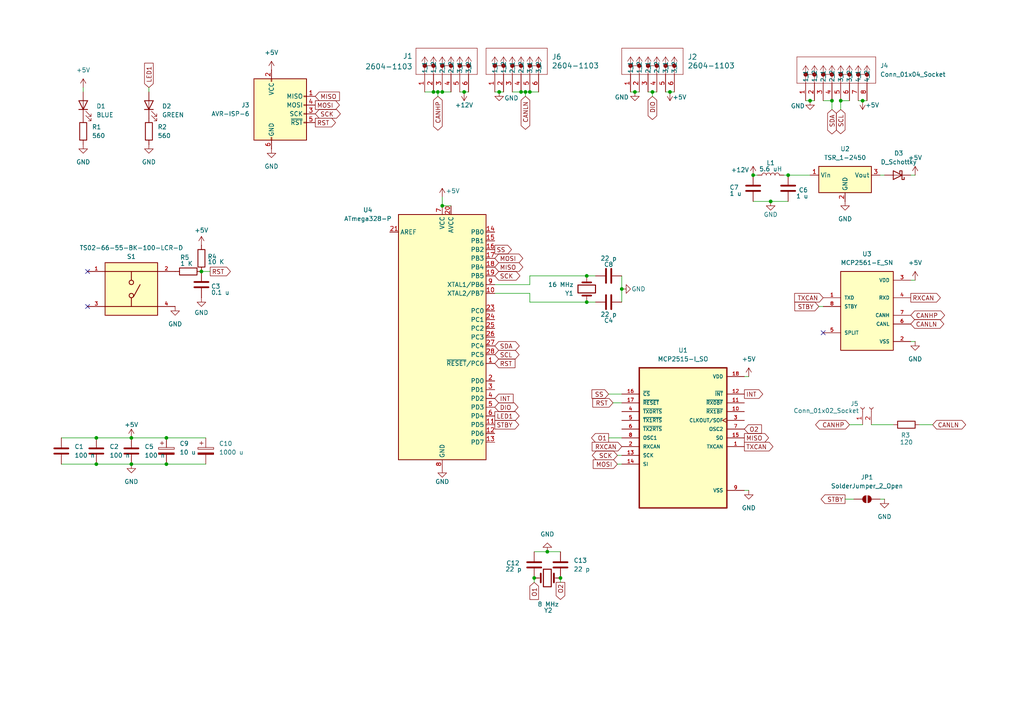
<source format=kicad_sch>
(kicad_sch (version 20250114) (generator "eeschema") (generator_version "9.0")
  (paper "A4")
  (title_block (title "CANLED") (rev "1") (company "Conor Kelly Gerakos, Team 2404"))
  (lib_symbols
    (symbol "2025-09-27_05-39-50:2604-1104" (pin_names (offset 0.254))
      (property "Reference" "J" (at 8.89 6.35 0))
      (property "Value" "2604-1104" (at 0 0 0))
      (symbol "2604-1104_1_1"
        (pin unspecified line (at 0 0 0) (length 5.08) (name "1_1") (number "1"))
        (pin unspecified line (at 0 -2.54 0) (length 5.08) (name "1_2") (number "2"))
        (pin unspecified line (at 0 -5.08 0) (length 5.08) (name "2_1") (number "3"))
        (pin unspecified line (at 0 -7.62 0) (length 5.08) (name "2_2") (number "4"))
        (pin unspecified line (at 0 -10.16 0) (length 5.08) (name "3_1") (number "5"))
        (pin unspecified line (at 0 -12.7 0) (length 5.08) (name "3_2") (number "6"))
        (pin unspecified line (at 0 -15.24 0) (length 5.08) (name "4_1") (number "7"))
        (pin unspecified line (at 0 -17.78 0) (length 5.08) (name "4_2") (number "8"))
      )
      (symbol "2604-1104_1_2"
        (pin unspecified line (at 0 0 0) (length 5.08) (name "1_1") (number "1"))
        (pin unspecified line (at 0 -2.54 0) (length 5.08) (name "1_2") (number "2"))
        (pin unspecified line (at 0 -5.08 0) (length 5.08) (name "2_1") (number "3"))
        (pin unspecified line (at 0 -7.62 0) (length 5.08) (name "2_2") (number "4"))
        (pin unspecified line (at 0 -10.16 0) (length 5.08) (name "3_1") (number "5"))
        (pin unspecified line (at 0 -12.7 0) (length 5.08) (name "3_2") (number "6"))
        (pin unspecified line (at 0 -15.24 0) (length 5.08) (name "4_1") (number "7"))
        (pin unspecified line (at 0 -17.78 0) (length 5.08) (name "4_2") (number "8"))
      )
    )
    (symbol "2025-09-28_03-35-45:2604-1103" (pin_names (offset 0.254))
      (property "Reference" "J" (at 8.89 6.35 0))
      (property "Value" "2604-1103" (at 0 0 0))
      (symbol "2604-1103_1_1"
        (pin unspecified line (at 0 0 0) (length 5.08) (name "1_1") (number "1"))
        (pin unspecified line (at 0 -2.54 0) (length 5.08) (name "1_2") (number "2"))
        (pin unspecified line (at 0 -5.08 0) (length 5.08) (name "2_1") (number "3"))
        (pin unspecified line (at 0 -7.62 0) (length 5.08) (name "2_2") (number "4"))
        (pin unspecified line (at 0 -10.16 0) (length 5.08) (name "3_1") (number "5"))
        (pin unspecified line (at 0 -12.7 0) (length 5.08) (name "3_2") (number "6"))
      )
      (symbol "2604-1103_1_2"
        (pin unspecified line (at 0 0 0) (length 5.08) (name "1_1") (number "1"))
        (pin unspecified line (at 0 -2.54 0) (length 5.08) (name "1_2") (number "2"))
        (pin unspecified line (at 0 -5.08 0) (length 5.08) (name "2_1") (number "3"))
        (pin unspecified line (at 0 -7.62 0) (length 5.08) (name "2_2") (number "4"))
        (pin unspecified line (at 0 -10.16 0) (length 5.08) (name "3_1") (number "5"))
        (pin unspecified line (at 0 -12.7 0) (length 5.08) (name "3_2") (number "6"))
      )
    )
    (symbol "Connector:AVR-ISP-6" (pin_names (offset 1.016))
      (property "Reference" "J" (at -6.35 11.43 0))
      (property "Value" "AVR-ISP-6" (at 0 11.43 0))
      (symbol "AVR-ISP-6_1_1"
        (pin passive line (at -2.54 12.7 270) (length 2.54) (name "VCC") (number "2"))
        (pin passive line (at -2.54 -10.16 90) (length 2.54) (name "GND") (number "6"))
        (pin passive line (at 10.16 5.08 180) (length 2.54) (name "MISO") (number "1"))
        (pin passive line (at 10.16 2.54 180) (length 2.54) (name "MOSI") (number "4"))
        (pin passive line (at 10.16 0 180) (length 2.54) (name "SCK") (number "3"))
        (pin passive line (at 10.16 -2.54 180) (length 2.54) (name "~{RST}") (number "5"))
      )
    )
    (symbol "Connector:Conn_01x02_Socket" (pin_names (offset 1.016) (hide yes))
      (property "Reference" "J" (at 0 2.54 0))
      (property "Value" "Conn_01x02_Socket" (at 0 -5.08 0))
      (symbol "Conn_01x02_Socket_1_1"
        (pin passive line (at -5.08 0 0) (length 3.81) (name "Pin_1") (number "1"))
        (pin passive line (at -5.08 -2.54 0) (length 3.81) (name "Pin_2") (number "2"))
      )
    )
    (symbol "Device:C" (pin_numbers (hide yes)) (pin_names (offset 0.254))
      (property "Reference" "C" (at 0.635 2.54 0))
      (property "Value" "C" (at 0.635 -2.54 0))
      (symbol "C_1_1"
        (pin passive line (at 0 3.81 270) (length 2.794) (name "~") (number "1"))
        (pin passive line (at 0 -3.81 90) (length 2.794) (name "~") (number "2"))
      )
    )
    (symbol "Device:C_Polarized" (pin_numbers (hide yes)) (pin_names (offset 0.254))
      (property "Reference" "C" (at 0.635 2.54 0))
      (property "Value" "C_Polarized" (at 0.635 -2.54 0))
      (symbol "C_Polarized_1_1"
        (pin passive line (at 0 3.81 270) (length 2.794) (name "~") (number "1"))
        (pin passive line (at 0 -3.81 90) (length 2.794) (name "~") (number "2"))
      )
    )
    (symbol "Device:Crystal" (pin_numbers (hide yes)) (pin_names (offset 1.016) (hide yes))
      (property "Reference" "Y" (at 0 3.81 0))
      (property "Value" "Crystal" (at 0 -3.81 0))
      (symbol "Crystal_1_1"
        (pin passive line (at -3.81 0 0) (length 1.27) (name "1") (number "1"))
        (pin passive line (at 3.81 0 180) (length 1.27) (name "2") (number "2"))
      )
    )
    (symbol "Device:D_Schottky" (pin_numbers (hide yes)) (pin_names (offset 1.016) (hide yes))
      (property "Reference" "D" (at 0 2.54 0))
      (property "Value" "D_Schottky" (at 0 -2.54 0))
      (symbol "D_Schottky_1_1"
        (pin passive line (at -3.81 0 0) (length 2.54) (name "K") (number "1"))
        (pin passive line (at 3.81 0 180) (length 2.54) (name "A") (number "2"))
      )
    )
    (symbol "Device:L" (pin_numbers (hide yes)) (pin_names (offset 1.016) (hide yes))
      (property "Reference" "L" (at -1.27 0 90))
      (property "Value" "L" (at 1.905 0 90))
      (symbol "L_1_1"
        (pin passive line (at 0 3.81 270) (length 1.27) (name "1") (number "1"))
        (pin passive line (at 0 -3.81 90) (length 1.27) (name "2") (number "2"))
      )
    )
    (symbol "Device:LED" (pin_numbers (hide yes)) (pin_names (offset 1.016) (hide yes))
      (property "Reference" "D" (at 0 2.54 0))
      (property "Value" "LED" (at 0 -2.54 0))
      (symbol "LED_1_1"
        (pin passive line (at -3.81 0 0) (length 2.54) (name "K") (number "1"))
        (pin passive line (at 3.81 0 180) (length 2.54) (name "A") (number "2"))
      )
    )
    (symbol "Device:R" (pin_numbers (hide yes)) (pin_names (offset 0))
      (property "Reference" "R" (at 2.032 0 90))
      (property "Value" "R" (at 0 0 90))
      (symbol "R_1_1"
        (pin passive line (at 0 3.81 270) (length 1.27) (name "~") (number "1"))
        (pin passive line (at 0 -3.81 90) (length 1.27) (name "~") (number "2"))
      )
    )
    (symbol "Jumper:SolderJumper_2_Open" (pin_numbers (hide yes)) (pin_names (offset 0) (hide yes)) (in_bom no)
      (property "Reference" "JP" (at 0 2.032 0))
      (property "Value" "SolderJumper_2_Open" (at 0 -2.54 0))
      (symbol "SolderJumper_2_Open_1_1"
        (pin passive line (at -3.81 0 0) (length 2.54) (name "A") (number "1"))
        (pin passive line (at 3.81 0 180) (length 2.54) (name "B") (number "2"))
      )
    )
    (symbol "MCP2515-I_SO:MCP2515-I_SO" (pin_names (offset 1.016))
      (property "Reference" "U" (at -12.7 21.32 0))
      (property "Value" "MCP2515-I_SO" (at -12.7 -24.32 0))
      (symbol "MCP2515-I_SO_0_0"
        (pin input line (at -17.78 12.7 0) (length 5.08) (name "~{CS}") (number "16"))
        (pin input line (at -17.78 10.16 0) (length 5.08) (name "~{RESET}") (number "17"))
        (pin input line (at -17.78 7.62 0) (length 5.08) (name "~{TX0RTS}") (number "4"))
        (pin input line (at -17.78 5.08 0) (length 5.08) (name "~{TX1RTS}") (number "5"))
        (pin input line (at -17.78 2.54 0) (length 5.08) (name "~{TX2RTS}") (number "6"))
        (pin input line (at -17.78 0 0) (length 5.08) (name "OSC1") (number "8"))
        (pin input line (at -17.78 -2.54 0) (length 5.08) (name "RXCAN") (number "2"))
        (pin input line (at -17.78 -5.08 0) (length 5.08) (name "SCK") (number "13"))
        (pin input line (at -17.78 -7.62 0) (length 5.08) (name "SI") (number "14"))
        (pin power_in line (at 17.78 17.78 180) (length 5.08) (name "VDD") (number "18"))
        (pin output line (at 17.78 12.7 180) (length 5.08) (name "~{INT}") (number "12"))
        (pin output line (at 17.78 10.16 180) (length 5.08) (name "~{RX0BF}") (number "11"))
        (pin output line (at 17.78 7.62 180) (length 5.08) (name "~{RX1BF}") (number "10"))
        (pin output clock (at 17.78 5.08 180) (length 5.08) (name "CLKOUT/SOF") (number "3"))
        (pin output line (at 17.78 2.54 180) (length 5.08) (name "OSC2") (number "7"))
        (pin output line (at 17.78 0 180) (length 5.08) (name "SO") (number "15"))
        (pin output line (at 17.78 -2.54 180) (length 5.08) (name "TXCAN") (number "1"))
        (pin power_in line (at 17.78 -15.24 180) (length 5.08) (name "VSS") (number "9"))
      )
    )
    (symbol "MCP2561-E_SN:MCP2561-E_SN" (pin_names (offset 1.016))
      (property "Reference" "U" (at -7.6344 12.724 0))
      (property "Value" "MCP2561-E_SN" (at -7.6271 -12.7119 0))
      (symbol "MCP2561-E_SN_0_0"
        (pin input line (at -12.7 5.08 0) (length 5.08) (name "TXD") (number "1"))
        (pin input line (at -12.7 2.54 0) (length 5.08) (name "STBY") (number "8"))
        (pin passive line (at -12.7 -5.08 0) (length 5.08) (name "SPLIT") (number "5"))
        (pin power_in line (at 12.7 10.16 180) (length 5.08) (name "VDD") (number "3"))
        (pin output line (at 12.7 5.08 180) (length 5.08) (name "RXD") (number "4"))
        (pin bidirectional line (at 12.7 0 180) (length 5.08) (name "CANH") (number "7"))
        (pin bidirectional line (at 12.7 -2.54 180) (length 5.08) (name "CANL") (number "6"))
        (pin power_in line (at 12.7 -7.62 180) (length 5.08) (name "VSS") (number "2"))
      )
    )
    (symbol "MCU_Microchip_ATmega:ATmega328-P"
      (property "Reference" "U" (at -12.7 36.83 0))
      (property "Value" "ATmega328-P" (at 2.54 -36.83 0))
      (symbol "ATmega328-P_1_1"
        (pin passive line (at -15.24 30.48 0) (length 2.54) (name "AREF") (number "21"))
        (pin power_in line (at 0 38.1 270) (length 2.54) (name "VCC") (number "7"))
        (pin passive line (at 0 -38.1 90) (length 2.54) (hide yes) (name "GND") (number "22"))
        (pin power_in line (at 0 -38.1 90) (length 2.54) (name "GND") (number "8"))
        (pin power_in line (at 2.54 38.1 270) (length 2.54) (name "AVCC") (number "20"))
        (pin bidirectional line (at 15.24 30.48 180) (length 2.54) (name "PB0") (number "14"))
        (pin bidirectional line (at 15.24 27.94 180) (length 2.54) (name "PB1") (number "15"))
        (pin bidirectional line (at 15.24 25.4 180) (length 2.54) (name "PB2") (number "16"))
        (pin bidirectional line (at 15.24 22.86 180) (length 2.54) (name "PB3") (number "17"))
        (pin bidirectional line (at 15.24 20.32 180) (length 2.54) (name "PB4") (number "18"))
        (pin bidirectional line (at 15.24 17.78 180) (length 2.54) (name "PB5") (number "19"))
        (pin bidirectional line (at 15.24 15.24 180) (length 2.54) (name "XTAL1/PB6") (number "9"))
        (pin bidirectional line (at 15.24 12.7 180) (length 2.54) (name "XTAL2/PB7") (number "10"))
        (pin bidirectional line (at 15.24 7.62 180) (length 2.54) (name "PC0") (number "23"))
        (pin bidirectional line (at 15.24 5.08 180) (length 2.54) (name "PC1") (number "24"))
        (pin bidirectional line (at 15.24 2.54 180) (length 2.54) (name "PC2") (number "25"))
        (pin bidirectional line (at 15.24 0 180) (length 2.54) (name "PC3") (number "26"))
        (pin bidirectional line (at 15.24 -2.54 180) (length 2.54) (name "PC4") (number "27"))
        (pin bidirectional line (at 15.24 -5.08 180) (length 2.54) (name "PC5") (number "28"))
        (pin bidirectional line (at 15.24 -7.62 180) (length 2.54) (name "~{RESET}/PC6") (number "1"))
        (pin bidirectional line (at 15.24 -12.7 180) (length 2.54) (name "PD0") (number "2"))
        (pin bidirectional line (at 15.24 -15.24 180) (length 2.54) (name "PD1") (number "3"))
        (pin bidirectional line (at 15.24 -17.78 180) (length 2.54) (name "PD2") (number "4"))
        (pin bidirectional line (at 15.24 -20.32 180) (length 2.54) (name "PD3") (number "5"))
        (pin bidirectional line (at 15.24 -22.86 180) (length 2.54) (name "PD4") (number "6"))
        (pin bidirectional line (at 15.24 -25.4 180) (length 2.54) (name "PD5") (number "11"))
        (pin bidirectional line (at 15.24 -27.94 180) (length 2.54) (name "PD6") (number "12"))
        (pin bidirectional line (at 15.24 -30.48 180) (length 2.54) (name "PD7") (number "13"))
      )
    )
    (symbol "Regulator_Switching:TSR_1-2450"
      (property "Reference" "U" (at -7.62 6.35 0))
      (property "Value" "TSR_1-2450" (at -1.27 6.35 0))
      (symbol "TSR_1-2450_1_1"
        (pin power_in line (at -10.16 2.54 0) (length 2.54) (name "Vin") (number "1"))
        (pin power_in line (at 0 -5.08 90) (length 2.54) (name "GND") (number "2"))
        (pin power_out line (at 10.16 2.54 180) (length 2.54) (name "Vout") (number "3"))
      )
    )
    (symbol "TS02-66-55-BK-100-LCR-D:TS02-66-55-BK-100-LCR-D" (pin_names (offset 1.016))
      (property "Reference" "S" (at -7.62 8.382 0))
      (property "Value" "TS02-66-55-BK-100-LCR-D" (at -7.62 -8.382 0))
      (symbol "TS02-66-55-BK-100-LCR-D_0_0"
        (pin passive line (at -12.7 5.08 0) (length 5.08) (name "~") (number "1"))
        (pin passive line (at -12.7 -5.08 0) (length 5.08) (name "~") (number "3"))
        (pin passive line (at 12.7 5.08 180) (length 5.08) (name "~") (number "2"))
        (pin passive line (at 12.7 -5.08 180) (length 5.08) (name "~") (number "4"))
      )
    )
    (symbol "power:+12V" (power) (pin_numbers (hide yes)) (pin_names (offset 0) (hide yes))
      (property "Value" "+12V" (at 0 3.556 0))
      (symbol "+12V_1_1"
        (pin power_in line (at 0 0 90) (length 0) (name "~") (number "1"))
      )
    )
    (symbol "power:+5V" (power) (pin_numbers (hide yes)) (pin_names (offset 0) (hide yes))
      (property "Value" "+5V" (at 0 3.556 0))
      (symbol "+5V_1_1"
        (pin power_in line (at 0 0 90) (length 0) (name "~") (number "1"))
      )
    )
    (symbol "power:GND" (power) (pin_numbers (hide yes)) (pin_names (offset 0) (hide yes))
      (property "Value" "GND" (at 0 -3.81 0))
      (symbol "GND_1_1"
        (pin power_in line (at 0 0 270) (length 0) (name "~") (number "1"))
      )
    )
  )
  (junction (at 189.23 26.67))
  (junction (at 27.94 134.62))
  (junction (at 170.18 87.63))
  (junction (at 154.94 167.64))
  (junction (at 38.1 134.62))
  (junction (at 218.44 50.8))
  (junction (at 58.42 78.74))
  (junction (at 152.4 26.67))
  (junction (at 153.67 26.67))
  (junction (at 128.27 59.69))
  (junction (at 250.19 29.21))
  (junction (at 144.78 26.67))
  (junction (at 48.26 134.62))
  (junction (at 223.52 58.42))
  (junction (at 170.18 80.01))
  (junction (at 162.56 167.64))
  (junction (at 151.13 26.67))
  (junction (at 128.27 26.67))
  (junction (at 125.73 26.67))
  (junction (at 194.31 26.67))
  (junction (at 243.84 29.21))
  (junction (at 184.15 26.67))
  (junction (at 234.95 29.21))
  (junction (at 134.62 26.67))
  (junction (at 158.75 160.02))
  (junction (at 241.3 29.21))
  (junction (at 180.34 83.82))
  (junction (at 48.26 127))
  (junction (at 228.6 50.8))
  (junction (at 38.1 127))
  (junction (at 127 26.67))
  (junction (at 27.94 127))
  (no_connect (at 25.4 88.9))
  (no_connect (at 238.76 96.52))
  (no_connect (at 25.4 78.74))
  (wire (pts (xy 233.68 29.21) (xy 234.95 29.21)))
  (wire (pts (xy 217.17 142.24) (xy 215.9 142.24)))
  (wire (pts (xy 128.27 26.67) (xy 130.81 26.67)))
  (wire (pts (xy 153.67 82.55) (xy 153.67 80.01)))
  (wire (pts (xy 144.78 26.67) (xy 146.05 26.67)))
  (wire (pts (xy 177.8 116.84) (xy 180.34 116.84)))
  (wire (pts (xy 241.3 29.21) (xy 241.3 31.75)))
  (wire (pts (xy 256.54 144.78) (xy 255.27 144.78)))
  (wire (pts (xy 123.19 26.67) (xy 125.73 26.67)))
  (wire (pts (xy 48.26 127) (xy 59.69 127)))
  (wire (pts (xy 243.84 29.21) (xy 243.84 31.75)))
  (wire (pts (xy 179.07 132.08) (xy 180.34 132.08)))
  (wire (pts (xy 148.59 26.67) (xy 151.13 26.67)))
  (wire (pts (xy 170.18 87.63) (xy 172.72 87.63)))
  (wire (pts (xy 128.27 59.69) (xy 130.81 59.69)))
  (wire (pts (xy 158.75 160.02) (xy 162.56 160.02)))
  (wire (pts (xy 134.62 26.67) (xy 135.89 26.67)))
  (wire (pts (xy 17.78 134.62) (xy 27.94 134.62)))
  (wire (pts (xy 170.18 80.01) (xy 172.72 80.01)))
  (wire (pts (xy 153.67 26.67) (xy 156.21 26.67)))
  (wire (pts (xy 238.76 29.21) (xy 241.3 29.21)))
  (wire (pts (xy 218.44 58.42) (xy 223.52 58.42)))
  (wire (pts (xy 265.43 81.28) (xy 264.16 81.28)))
  (wire (pts (xy 162.56 168.91) (xy 162.56 167.64)))
  (wire (pts (xy 237.49 88.9) (xy 238.76 88.9)))
  (wire (pts (xy 270.51 123.19) (xy 266.7 123.19)))
  (wire (pts (xy 234.95 29.21) (xy 236.22 29.21)))
  (wire (pts (xy 176.53 127) (xy 180.34 127)))
  (wire (pts (xy 252.73 123.19) (xy 259.08 123.19)))
  (wire (pts (xy 250.19 29.21) (xy 251.46 29.21)))
  (wire (pts (xy 223.52 58.42) (xy 228.6 58.42)))
  (wire (pts (xy 143.51 82.55) (xy 153.67 82.55)))
  (wire (pts (xy 180.34 83.82) (xy 180.34 80.01)))
  (wire (pts (xy 152.4 27.94) (xy 152.4 26.67)))
  (wire (pts (xy 127 26.67) (xy 128.27 26.67)))
  (wire (pts (xy 24.13 25.4) (xy 24.13 26.67)))
  (wire (pts (xy 179.07 134.62) (xy 180.34 134.62)))
  (wire (pts (xy 227.33 50.8) (xy 228.6 50.8)))
  (wire (pts (xy 246.38 123.19) (xy 250.19 123.19)))
  (wire (pts (xy 194.31 26.67) (xy 195.58 26.67)))
  (wire (pts (xy 48.26 134.62) (xy 59.69 134.62)))
  (wire (pts (xy 265.43 99.06) (xy 264.16 99.06)))
  (wire (pts (xy 245.11 144.78) (xy 247.65 144.78)))
  (wire (pts (xy 228.6 50.8) (xy 234.95 50.8)))
  (wire (pts (xy 248.92 29.21) (xy 250.19 29.21)))
  (wire (pts (xy 176.53 114.3) (xy 180.34 114.3)))
  (wire (pts (xy 58.42 78.74) (xy 60.96 78.74)))
  (wire (pts (xy 152.4 26.67) (xy 153.67 26.67)))
  (wire (pts (xy 43.18 25.4) (xy 43.18 26.67)))
  (wire (pts (xy 243.84 29.21) (xy 246.38 29.21)))
  (wire (pts (xy 151.13 26.67) (xy 152.4 26.67)))
  (wire (pts (xy 27.94 134.62) (xy 38.1 134.62)))
  (wire (pts (xy 187.96 26.67) (xy 189.23 26.67)))
  (wire (pts (xy 154.94 160.02) (xy 158.75 160.02)))
  (wire (pts (xy 217.17 109.22) (xy 215.9 109.22)))
  (wire (pts (xy 127 27.94) (xy 127 26.67)))
  (wire (pts (xy 38.1 134.62) (xy 48.26 134.62)))
  (wire (pts (xy 154.94 168.91) (xy 154.94 167.64)))
  (wire (pts (xy 189.23 27.94) (xy 189.23 26.67)))
  (wire (pts (xy 218.44 50.8) (xy 219.71 50.8)))
  (wire (pts (xy 153.67 85.09) (xy 143.51 85.09)))
  (wire (pts (xy 265.43 50.8) (xy 264.16 50.8)))
  (wire (pts (xy 180.34 87.63) (xy 180.34 83.82)))
  (wire (pts (xy 38.1 127) (xy 48.26 127)))
  (wire (pts (xy 127 26.67) (xy 125.73 26.67)))
  (wire (pts (xy 170.18 87.63) (xy 153.67 87.63)))
  (wire (pts (xy 189.23 26.67) (xy 190.5 26.67)))
  (wire (pts (xy 128.27 57.15) (xy 128.27 59.69)))
  (wire (pts (xy 182.88 26.67) (xy 184.15 26.67)))
  (wire (pts (xy 17.78 127) (xy 27.94 127)))
  (wire (pts (xy 184.15 26.67) (xy 185.42 26.67)))
  (wire (pts (xy 193.04 26.67) (xy 194.31 26.67)))
  (wire (pts (xy 143.51 26.67) (xy 144.78 26.67)))
  (wire (pts (xy 153.67 87.63) (xy 153.67 85.09)))
  (wire (pts (xy 27.94 127) (xy 38.1 127)))
  (wire (pts (xy 170.18 80.01) (xy 153.67 80.01)))
  (wire (pts (xy 255.27 50.8) (xy 256.54 50.8)))
  (wire (pts (xy 133.35 26.67) (xy 134.62 26.67)))
  (global_label "MOSI" (shape bidirectional) (at 143.51 74.93 0) (property "Intersheetrefs" "${INTERSHEET_REFS}" (effects (hide yes))))
  (global_label "INT" (shape output) (at 215.9 114.3 0) (property "Intersheetrefs" "${INTERSHEET_REFS}" (effects (hide yes))))
  (global_label "DIO" (shape bidirectional) (at 189.23 27.94 270) (property "Intersheetrefs" "${INTERSHEET_REFS}" (effects (hide yes))))
  (global_label "O1" (shape output) (at 176.53 127 180) (property "Intersheetrefs" "${INTERSHEET_REFS}" (effects (hide yes))))
  (global_label "RST" (shape input) (at 177.8 116.84 180) (property "Intersheetrefs" "${INTERSHEET_REFS}" (effects (hide yes))))
  (global_label "MOSI" (shape input) (at 179.07 134.62 180) (property "Intersheetrefs" "${INTERSHEET_REFS}" (effects (hide yes))))
  (global_label "SCL" (shape bidirectional) (at 143.51 102.87 0) (property "Intersheetrefs" "${INTERSHEET_REFS}" (effects (hide yes))))
  (global_label "O2" (shape input) (at 215.9 124.46 0) (property "Intersheetrefs" "${INTERSHEET_REFS}" (effects (hide yes))))
  (global_label "LED1" (shape output) (at 143.51 120.65 0) (property "Intersheetrefs" "${INTERSHEET_REFS}" (effects (hide yes))))
  (global_label "SCK" (shape bidirectional) (at 143.51 80.01 0) (property "Intersheetrefs" "${INTERSHEET_REFS}" (effects (hide yes))))
  (global_label "SS" (shape output) (at 143.51 72.39 0) (property "Intersheetrefs" "${INTERSHEET_REFS}" (effects (hide yes))))
  (global_label "RST" (shape input) (at 143.51 105.41 0) (property "Intersheetrefs" "${INTERSHEET_REFS}" (effects (hide yes))))
  (global_label "O1" (shape input) (at 154.94 168.91 270) (property "Intersheetrefs" "${INTERSHEET_REFS}" (effects (hide yes))))
  (global_label "CANHP" (shape bidirectional) (at 127 27.94 270) (property "Intersheetrefs" "${INTERSHEET_REFS}" (effects (hide yes))))
  (global_label "DIO" (shape bidirectional) (at 143.51 118.11 0) (property "Intersheetrefs" "${INTERSHEET_REFS}" (effects (hide yes))))
  (global_label "SCK" (shape bidirectional) (at 91.44 33.02 0) (property "Intersheetrefs" "${INTERSHEET_REFS}" (effects (hide yes))))
  (global_label "INT" (shape input) (at 143.51 115.57 0) (property "Intersheetrefs" "${INTERSHEET_REFS}" (effects (hide yes))))
  (global_label "MOSI" (shape output) (at 91.44 30.48 0) (property "Intersheetrefs" "${INTERSHEET_REFS}" (effects (hide yes))))
  (global_label "RST" (shape output) (at 60.96 78.74 0) (property "Intersheetrefs" "${INTERSHEET_REFS}" (effects (hide yes))))
  (global_label "CANHP" (shape bidirectional) (at 246.38 123.19 180) (property "Intersheetrefs" "${INTERSHEET_REFS}" (effects (hide yes))))
  (global_label "MISO" (shape bidirectional) (at 143.51 77.47 0) (property "Intersheetrefs" "${INTERSHEET_REFS}" (effects (hide yes))))
  (global_label "MISO" (shape input) (at 91.44 27.94 0) (property "Intersheetrefs" "${INTERSHEET_REFS}" (effects (hide yes))))
  (global_label "STBY" (shape output) (at 245.11 144.78 180) (property "Intersheetrefs" "${INTERSHEET_REFS}" (effects (hide yes))))
  (global_label "CANLN" (shape bidirectional) (at 264.16 93.98 0) (property "Intersheetrefs" "${INTERSHEET_REFS}" (effects (hide yes))))
  (global_label "TXCAN" (shape output) (at 215.9 129.54 0) (property "Intersheetrefs" "${INTERSHEET_REFS}" (effects (hide yes))))
  (global_label "CANHP" (shape bidirectional) (at 264.16 91.44 0) (property "Intersheetrefs" "${INTERSHEET_REFS}" (effects (hide yes))))
  (global_label "SCL" (shape bidirectional) (at 243.84 31.75 270) (property "Intersheetrefs" "${INTERSHEET_REFS}" (effects (hide yes))))
  (global_label "SDA" (shape bidirectional) (at 143.51 100.33 0) (property "Intersheetrefs" "${INTERSHEET_REFS}" (effects (hide yes))))
  (global_label "STBY" (shape input) (at 237.49 88.9 180) (property "Intersheetrefs" "${INTERSHEET_REFS}" (effects (hide yes))))
  (global_label "O2" (shape output) (at 162.56 168.91 270) (property "Intersheetrefs" "${INTERSHEET_REFS}" (effects (hide yes))))
  (global_label "TXCAN" (shape input) (at 238.76 86.36 180) (property "Intersheetrefs" "${INTERSHEET_REFS}" (effects (hide yes))))
  (global_label "LED1" (shape input) (at 43.18 25.4 90) (property "Intersheetrefs" "${INTERSHEET_REFS}" (effects (hide yes))))
  (global_label "SDA" (shape bidirectional) (at 241.3 31.75 270) (property "Intersheetrefs" "${INTERSHEET_REFS}" (effects (hide yes))))
  (global_label "RXCAN" (shape output) (at 264.16 86.36 0) (property "Intersheetrefs" "${INTERSHEET_REFS}" (effects (hide yes))))
  (global_label "SCK" (shape bidirectional) (at 179.07 132.08 180) (property "Intersheetrefs" "${INTERSHEET_REFS}" (effects (hide yes))))
  (global_label "RXCAN" (shape input) (at 180.34 129.54 180) (property "Intersheetrefs" "${INTERSHEET_REFS}" (effects (hide yes))))
  (global_label "CANLN" (shape bidirectional) (at 152.4 27.94 270) (property "Intersheetrefs" "${INTERSHEET_REFS}" (effects (hide yes))))
  (global_label "STBY" (shape output) (at 143.51 123.19 0) (property "Intersheetrefs" "${INTERSHEET_REFS}" (effects (hide yes))))
  (global_label "SS" (shape input) (at 176.53 114.3 180) (property "Intersheetrefs" "${INTERSHEET_REFS}" (effects (hide yes))))
  (global_label "RST" (shape output) (at 91.44 35.56 0) (property "Intersheetrefs" "${INTERSHEET_REFS}" (effects (hide yes))))
  (global_label "MISO" (shape output) (at 215.9 127 0) (property "Intersheetrefs" "${INTERSHEET_REFS}" (effects (hide yes))))
  (global_label "CANLN" (shape bidirectional) (at 270.51 123.19 0) (property "Intersheetrefs" "${INTERSHEET_REFS}" (effects (hide yes))))
  (symbol (lib_id "Device:R") (at 54.61 78.74 90) (unit 1)
    (property "Reference" "R5" (at 53.594 74.676 90))
    (property "Value" "1 K" (at 54.102 76.454 90))
    (property "Footprint" "Resistor_THT:R_Axial_DIN0207_L6.3mm_D2.5mm_P10.16mm_Horizontal" (effects (hide yes)))
    (property "Description" "Resistor" (effects (hide yes)))
  )
  (symbol (lib_id "TS02-66-55-BK-100-LCR-D:TS02-66-55-BK-100-LCR-D") (at 38.1 83.82 0) (unit 1)
    (property "Reference" "S1" (at 38.1 74.422 0))
    (property "Value" "TS02-66-55-BK-100-LCR-D" (at 38.1 71.882 0))
    (property "Footprint" "TS02_66_55_BK_100_LCR_D:SW_TS02-66-55-BK-100-LCR-D" (effects (hide yes)))
    (property "PARTREV" "1.0" (effects (hide yes)))
    (property "MANUFACTURER" "CUI Devices" (effects (hide yes)))
    (property "STANDARD" "Manufacturer Recommendations" (effects (hide yes)))
  )
  (symbol (lib_id "Device:C_Polarized") (at 48.26 130.81 0) (unit 1)
    (property "Reference" "C9" (at 52.07 128.6509 0) (effects (justify left)))
    (property "Value" "10 u" (at 52.07 131.1909 0) (effects (justify left)))
    (property "Footprint" "Capacitor_THT:CP_Radial_D5.0mm_P2.50mm" (effects (hide yes)))
    (property "Description" "Polarized capacitor" (effects (hide yes)))
  )
  (symbol (lib_id "power:GND") (at 265.43 99.06 0) (unit 1)
    (property "Reference" "#PWR02" (effects (hide yes)))
    (property "Value" "GND" (at 265.43 104.14 0))
    (property "Description" "Power symbol creates a global label with name \"GND\" , ground" (effects (hide yes)))
  )
  (symbol (lib_id "2025-09-28_03-35-45:2604-1103") (at 182.88 26.67 90) (unit 1)
    (property "Reference" "J2" (at 199.39 16.5099 90) (effects (font (size 1.524 1.524)) (justify right)))
    (property "Value" "2604-1103" (at 199.39 19.0499 90) (effects (font (size 1.524 1.524)) (justify right)))
    (property "Footprint" "CONN3_2604-1103_WAG" (effects (hide yes)))
    (property "Datasheet" "2604-1103" (effects (hide yes)))
  )
  (symbol (lib_id "power:+5V") (at 265.43 81.28 0) (unit 1)
    (property "Reference" "#PWR01" (effects (hide yes)))
    (property "Value" "+5V" (at 265.43 76.2 0))
    (property "Description" "Power symbol creates a global label with name \"+5V\"" (effects (hide yes)))
  )
  (symbol (lib_id "Device:Crystal") (at 158.75 167.64 0) (unit 1)
    (property "Reference" "Y2" (at 159.004 177.038 0))
    (property "Value" "8 MHz" (at 159.004 175.26 0))
    (property "Footprint" "ABL-16.000MHZ-B2:XTAL_HC49P488W46L1150T500H350" (effects (hide yes)))
    (property "Description" "Two pin crystal" (effects (hide yes)))
  )
  (symbol (lib_id "power:GND") (at 58.42 86.36 0) (unit 1)
    (property "Reference" "#PWR09" (effects (hide yes)))
    (property "Value" "GND" (at 58.42 90.678 0))
    (property "Description" "Power symbol creates a global label with name \"GND\" , ground" (effects (hide yes)))
  )
  (symbol (lib_id "Connector:Conn_01x02_Socket") (at 250.19 118.11 90) (unit 1)
    (property "Reference" "J5" (at 246.634 117.094 90) (effects (justify right)))
    (property "Value" "Conn_01x02_Socket" (at 230.124 119.126 90) (effects (justify right)))
    (property "Footprint" "Connector_PinHeader_2.54mm:PinHeader_1x02_P2.54mm_Vertical" (effects (hide yes)))
    (property "Description" "Generic connector, single row, 01x02, script generated" (effects (hide yes)))
  )
  (symbol (lib_id "power:+5V") (at 38.1 127 0) (unit 1)
    (property "Reference" "#PWR05" (effects (hide yes)))
    (property "Value" "+5V" (at 38.1 123.19 0))
    (property "Description" "Power symbol creates a global label with name \"+5V\"" (effects (hide yes)))
  )
  (symbol (lib_id "Regulator_Switching:TSR_1-2450") (at 245.11 53.34 0) (unit 1)
    (property "Reference" "U2" (at 245.11 43.18 0))
    (property "Value" "TSR_1-2450" (at 245.11 45.72 0))
    (property "Footprint" "Converter_DCDC:Converter_DCDC_TRACO_TSR-1_THT" (effects (hide yes)))
    (property "Datasheet" "http://www.tracopower.com/products/tsr1.pdf" (effects (hide yes)))
    (property "Description" "1A step-down regulator module, fixed 5V output voltage, 5-36V input voltage, -40°C to +85°C temperature range, TO-220 compatible LM78xx replacement" (effects (hide yes)))
  )
  (symbol (lib_id "power:GND") (at 184.15 26.67 0) (unit 1)
    (property "Reference" "#PWR018" (effects (hide yes)))
    (property "Value" "GND" (at 180.34 28.194 0))
    (property "Description" "Power symbol creates a global label with name \"GND\" , ground" (effects (hide yes)))
  )
  (symbol (lib_id "Device:R") (at 24.13 38.1 0) (unit 1)
    (property "Reference" "R1" (at 26.67 36.8299 0) (effects (justify left)))
    (property "Value" "560" (at 26.67 39.3699 0) (effects (justify left)))
    (property "Footprint" "Resistor_THT:R_Axial_DIN0207_L6.3mm_D2.5mm_P10.16mm_Horizontal" (effects (hide yes)))
    (property "Description" "Resistor" (effects (hide yes)))
  )
  (symbol (lib_id "power:+5V") (at 58.42 71.12 0) (unit 1)
    (property "Reference" "#PWR010" (effects (hide yes)))
    (property "Value" "+5V" (at 58.42 66.802 0))
    (property "Description" "Power symbol creates a global label with name \"+5V\"" (effects (hide yes)))
  )
  (symbol (lib_id "power:GND") (at 50.8 88.9 0) (unit 1)
    (property "Reference" "#PWR08" (effects (hide yes)))
    (property "Value" "GND" (at 50.8 93.98 0))
    (property "Description" "Power symbol creates a global label with name \"GND\" , ground" (effects (hide yes)))
  )
  (symbol (lib_id "MCP2515-I_SO:MCP2515-I_SO") (at 198.12 127 0) (unit 1)
    (property "Reference" "U1" (at 198.12 101.6 0))
    (property "Value" "MCP2515-I_SO" (at 198.12 104.14 0))
    (property "Footprint" "Package_DIP:DIP-18_W7.62mm_LongPads" (effects (hide yes)))
  )
  (symbol (lib_id "power:+5V") (at 265.43 50.8 0) (unit 1)
    (property "Reference" "#PWR015" (effects (hide yes)))
    (property "Value" "+5V" (at 265.43 45.72 0))
    (property "Description" "Power symbol creates a global label with name \"+5V\"" (effects (hide yes)))
  )
  (symbol (lib_id "2025-09-28_03-35-45:2604-1103") (at 143.51 26.67 90) (unit 1)
    (property "Reference" "J6" (at 160.02 16.5099 90) (effects (font (size 1.524 1.524)) (justify right)))
    (property "Value" "2604-1103" (at 160.02 19.0499 90) (effects (font (size 1.524 1.524)) (justify right)))
    (property "Footprint" "CONN3_2604-1103_WAG" (effects (hide yes)))
    (property "Datasheet" "2604-1103" (effects (hide yes)))
  )
  (symbol (lib_id "Device:C_Polarized") (at 59.69 130.81 0) (unit 1)
    (property "Reference" "C10" (at 63.5 128.6509 0) (effects (justify left)))
    (property "Value" "1000 u" (at 63.5 131.1909 0) (effects (justify left)))
    (property "Footprint" "Capacitor_THT:CP_Radial_D10.0mm_P5.00mm" (effects (hide yes)))
    (property "Description" "Polarized capacitor" (effects (hide yes)))
  )
  (symbol (lib_id "power:GND") (at 24.13 41.91 0) (unit 1)
    (property "Reference" "#PWR021" (effects (hide yes)))
    (property "Value" "GND" (at 24.13 46.99 0))
    (property "Description" "Power symbol creates a global label with name \"GND\" , ground" (effects (hide yes)))
  )
  (symbol (lib_id "power:GND") (at 38.1 134.62 0) (unit 1)
    (property "Reference" "#PWR06" (effects (hide yes)))
    (property "Value" "GND" (at 38.1 139.7 0))
    (property "Description" "Power symbol creates a global label with name \"GND\" , ground" (effects (hide yes)))
  )
  (symbol (lib_id "power:GND") (at 144.78 26.67 0) (unit 1)
    (property "Reference" "#PWR017" (effects (hide yes)))
    (property "Value" "GND" (at 148.336 28.448 0))
    (property "Description" "Power symbol creates a global label with name \"GND\" , ground" (effects (hide yes)))
  )
  (symbol (lib_id "power:GND") (at 128.27 135.89 0) (unit 1)
    (property "Reference" "#PWR03" (effects (hide yes)))
    (property "Value" "GND" (at 128.27 139.7 0))
    (property "Description" "Power symbol creates a global label with name \"GND\" , ground" (effects (hide yes)))
  )
  (symbol (lib_id "power:GND") (at 234.95 29.21 0) (unit 1)
    (property "Reference" "#PWR028" (effects (hide yes)))
    (property "Value" "GND" (at 231.394 30.734 0))
    (property "Description" "Power symbol creates a global label with name \"GND\" , ground" (effects (hide yes)))
  )
  (symbol (lib_id "Device:D_Schottky") (at 260.35 50.8 180) (unit 1)
    (property "Reference" "D3" (at 260.6675 44.45 0))
    (property "Value" "D_Schottky" (at 260.6675 46.99 0))
    (property "Footprint" "Diode_THT:D_DO-41_SOD81_P10.16mm_Horizontal" (effects (hide yes)))
    (property "Description" "Schottky diode" (effects (hide yes)))
  )
  (symbol (lib_id "Device:R") (at 58.42 74.93 0) (unit 1)
    (property "Reference" "R4" (at 60.198 74.4221 0) (effects (justify left)))
    (property "Value" "10 K" (at 60.198 75.946 0) (effects (justify left)))
    (property "Footprint" "Resistor_THT:R_Axial_DIN0207_L6.3mm_D2.5mm_P10.16mm_Horizontal" (effects (hide yes)))
    (property "Description" "Resistor" (effects (hide yes)))
  )
  (symbol (lib_id "power:GND") (at 158.75 160.02 180) (unit 1)
    (property "Reference" "#PWR024" (effects (hide yes)))
    (property "Value" "GND" (at 158.75 154.94 0))
    (property "Description" "Power symbol creates a global label with name \"GND\" , ground" (effects (hide yes)))
  )
  (symbol (lib_id "MCU_Microchip_ATmega:ATmega328-P") (at 128.27 97.79 0) (unit 1)
    (property "Reference" "U4" (at 106.68 60.8898 0))
    (property "Value" "ATmega328-P" (at 106.68 63.4298 0))
    (property "Footprint" "Package_DIP:DIP-28_W7.62mm" (effects (hide yes)))
    (property "Datasheet" "http://ww1.microchip.com/downloads/en/DeviceDoc/ATmega328_P%20AVR%20MCU%20with%20picoPower%20Technology%20Data%20Sheet%2040001984A.pdf" (effects (hide yes)))
    (property "Description" "20MHz, 32kB Flash, 2kB SRAM, 1kB EEPROM, DIP-28" (effects (hide yes)))
  )
  (symbol (lib_id "Device:C") (at 17.78 130.81 180) (unit 1)
    (property "Reference" "C1" (at 21.59 129.5399 0) (effects (justify right)))
    (property "Value" "100 n" (at 21.59 132.0799 0) (effects (justify right)))
    (property "Footprint" "footprints:K104K10X7RF5UH5_VIS" (effects (hide yes)))
    (property "Description" "Unpolarized capacitor" (effects (hide yes)))
  )
  (symbol (lib_id "2025-09-27_05-39-50:2604-1104") (at 233.68 29.21 90) (unit 1)
    (property "Reference" "J4" (at 255.27 19.0499 90) (effects (justify right)))
    (property "Value" "Conn_01x04_Socket" (at 255.27 21.5899 90) (effects (justify right)))
    (property "Footprint" "CONN4_2604-1104_WAG" (effects (hide yes)))
    (property "Datasheet" "2604-1104" (effects (hide yes)))
    (property "Description" "Generic connector, single row, 01x04, script generated" (effects (hide yes)))
  )
  (symbol (lib_id "Device:C") (at 162.56 163.83 0) (unit 1)
    (property "Reference" "C13" (at 166.37 162.5599 0) (effects (justify left)))
    (property "Value" "22 p" (at 166.37 165.0999 0) (effects (justify left)))
    (property "Footprint" "Capacitor_THT:C_Disc_D5.0mm_W2.5mm_P5.00mm" (effects (hide yes)))
    (property "Description" "Unpolarized capacitor" (effects (hide yes)))
  )
  (symbol (lib_id "Device:Crystal") (at 170.18 83.82 270) (unit 1)
    (property "Reference" "Y1" (at 166.37 85.0901 90) (effects (justify right)))
    (property "Value" "16 MHz" (at 166.37 82.5501 90) (effects (justify right)))
    (property "Footprint" "ABL-16.000MHZ-B2:XTAL_HC49P488W46L1150T500H350" (effects (hide yes)))
    (property "Description" "Two pin crystal" (effects (hide yes)))
  )
  (symbol (lib_id "Device:C") (at 176.53 80.01 270) (unit 1)
    (property "Reference" "C8" (at 176.53 76.708 90))
    (property "Value" "22 p" (at 176.53 74.93 90))
    (property "Footprint" "Capacitor_THT:C_Disc_D5.0mm_W2.5mm_P5.00mm" (effects (hide yes)))
    (property "Description" "Unpolarized capacitor" (effects (hide yes)))
  )
  (symbol (lib_id "Device:C") (at 38.1 130.81 180) (unit 1)
    (property "Reference" "C5" (at 41.91 129.5399 0) (effects (justify right)))
    (property "Value" "100 n" (at 41.91 132.0799 0) (effects (justify right)))
    (property "Footprint" "footprints:K104K10X7RF5UH5_VIS" (effects (hide yes)))
    (property "Description" "Unpolarized capacitor" (effects (hide yes)))
  )
  (symbol (lib_id "power:+5V") (at 128.27 57.15 0) (unit 1)
    (property "Reference" "#PWR04" (effects (hide yes)))
    (property "Value" "+5V" (at 131.318 55.372 0))
    (property "Description" "Power symbol creates a global label with name \"+5V\"" (effects (hide yes)))
  )
  (symbol (lib_id "power:GND") (at 78.74 43.18 0) (unit 1)
    (property "Reference" "#PWR025" (effects (hide yes)))
    (property "Value" "GND" (at 78.74 48.26 0))
    (property "Description" "Power symbol creates a global label with name \"GND\" , ground" (effects (hide yes)))
  )
  (symbol (lib_id "Device:C") (at 58.42 82.55 0) (unit 1)
    (property "Reference" "C3" (at 61.214 83.058 0) (effects (justify left)))
    (property "Value" "0.1 u" (at 61.214 84.836 0) (effects (justify left)))
    (property "Footprint" "Capacitor_THT:C_Disc_D6.0mm_W2.5mm_P5.00mm" (effects (hide yes)))
    (property "Description" "Unpolarized capacitor" (effects (hide yes)))
  )
  (symbol (lib_id "Device:R") (at 43.18 38.1 0) (unit 1)
    (property "Reference" "R2" (at 45.72 36.8299 0) (effects (justify left)))
    (property "Value" "560" (at 45.72 39.3699 0) (effects (justify left)))
    (property "Footprint" "Resistor_THT:R_Axial_DIN0207_L6.3mm_D2.5mm_P10.16mm_Horizontal" (effects (hide yes)))
    (property "Description" "Resistor" (effects (hide yes)))
  )
  (symbol (lib_id "2025-09-28_03-35-45:2604-1103") (at 123.19 26.67 90) (unit 1)
    (property "Reference" "J1" (at 116.84 16.256 90) (effects (font (size 1.524 1.524)) (justify right)))
    (property "Value" "2604-1103" (at 105.918 19.304 90) (effects (font (size 1.524 1.524)) (justify right)))
    (property "Footprint" "CONN3_2604-1103_WAG" (effects (hide yes)))
    (property "Datasheet" "2604-1103" (effects (hide yes)))
  )
  (symbol (lib_id "power:GND") (at 223.52 58.42 0) (unit 1)
    (property "Reference" "#PWR07" (effects (hide yes)))
    (property "Value" "GND" (at 223.52 62.23 0))
    (property "Description" "Power symbol creates a global label with name \"GND\" , ground" (effects (hide yes)))
  )
  (symbol (lib_id "Device:C") (at 218.44 54.61 0) (unit 1)
    (property "Reference" "C7" (at 211.582 54.356 0) (effects (justify left)))
    (property "Value" "1 u" (at 211.582 56.134 0) (effects (justify left)))
    (property "Footprint" "footprints:K104K10X7RF5UH5_VIS" (effects (hide yes)))
    (property "Description" "Unpolarized capacitor" (effects (hide yes)))
  )
  (symbol (lib_id "MCP2561-E_SN:MCP2561-E_SN") (at 251.46 91.44 0) (unit 1)
    (property "Reference" "U3" (at 251.46 73.66 0))
    (property "Value" "MCP2561-E_SN" (at 251.46 76.2 0))
    (property "Footprint" "Package_DIP:DIP-8_W7.62mm_Socket_LongPads" (effects (hide yes)))
    (property "MF" "Microchip" (effects (hide yes)))
    (property "Description_1" "Microchip MCP2561-E/SN,CAN Transceiver 1MBps 1-channel IEC 61000-4-2,8-Pin SOIC | Microchip Technology Inc. MCP2561-E/SN" (effects (hide yes)))
    (property "Package" "SO-8 Microchip" (effects (hide yes)))
    (property "Price" "None" (effects (hide yes)))
    (property "Check_prices" "https://www.snapeda.com/parts/MCP2561-E/SN/Microchip/view-part/?ref=eda" (effects (hide yes)))
    (property "STANDARD" "IPC 7351B" (effects (hide yes)))
    (property "PARTREV" "C" (effects (hide yes)))
    (property "SnapEDA_Link" "https://www.snapeda.com/parts/MCP2561-E/SN/Microchip/view-part/?ref=snap" (effects (hide yes)))
    (property "MP" "MCP2561-E/SN" (effects (hide yes)))
    (property "Availability" "In Stock" (effects (hide yes)))
    (property "MANUFACTURER" "MICROCHIP" (effects (hide yes)))
  )
  (symbol (lib_id "power:+5V") (at 24.13 25.4 0) (unit 1)
    (property "Reference" "#PWR019" (effects (hide yes)))
    (property "Value" "+5V" (at 24.13 20.32 0))
    (property "Description" "Power symbol creates a global label with name \"+5V\"" (effects (hide yes)))
  )
  (symbol (lib_id "power:+5V") (at 78.74 20.32 0) (unit 1)
    (property "Reference" "#PWR026" (effects (hide yes)))
    (property "Value" "+5V" (at 78.74 15.24 0))
    (property "Description" "Power symbol creates a global label with name \"+5V\"" (effects (hide yes)))
  )
  (symbol (lib_id "power:+5V") (at 250.19 29.21 180) (unit 1)
    (property "Reference" "#PWR023" (effects (hide yes)))
    (property "Value" "+5V" (at 252.984 30.48 0))
    (property "Description" "Power symbol creates a global label with name \"+5V\"" (effects (hide yes)))
  )
  (symbol (lib_id "power:+12V") (at 218.44 50.8 0) (unit 1)
    (property "Reference" "#PWR013" (effects (hide yes)))
    (property "Value" "+12V" (at 214.63 49.276 0))
    (property "Description" "Power symbol creates a global label with name \"+12V\"" (effects (hide yes)))
  )
  (symbol (lib_id "power:+5V") (at 194.31 26.67 180) (unit 1)
    (property "Reference" "#PWR012" (effects (hide yes)))
    (property "Value" "+5V" (at 197.104 28.194 0))
    (property "Description" "Power symbol creates a global label with name \"+5V\"" (effects (hide yes)))
  )
  (symbol (lib_id "Device:L") (at 223.52 50.8 90) (unit 1)
    (property "Reference" "L1" (at 223.52 47.244 90))
    (property "Value" "5.6 uH" (at 223.52 49.022 90))
    (property "Footprint" "Inductor_THT:L_Axial_L6.6mm_D2.7mm_P10.16mm_Horizontal_Vishay_IM-2" (effects (hide yes)))
    (property "Description" "Inductor" (effects (hide yes)))
  )
  (symbol (lib_id "Device:LED") (at 43.18 30.48 90) (unit 1)
    (property "Reference" "D2" (at 46.99 30.7974 90) (effects (justify right)))
    (property "Value" "GREEN" (at 46.99 33.3374 90) (effects (justify right)))
    (property "Footprint" "LED_THT:LED_D4.0mm" (effects (hide yes)))
    (property "Description" "Light emitting diode" (effects (hide yes)))
    (property "Sim.Pins" "1=K 2=A" (effects (hide yes)))
  )
  (symbol (lib_id "power:GND") (at 180.34 83.82 90) (unit 1)
    (property "Reference" "#PWR011" (effects (hide yes)))
    (property "Value" "GND" (at 183.134 83.82 90) (effects (justify right)))
    (property "Description" "Power symbol creates a global label with name \"GND\" , ground" (effects (hide yes)))
  )
  (symbol (lib_id "Device:C") (at 154.94 163.83 0) (unit 1)
    (property "Reference" "C12" (at 146.812 163.322 0) (effects (justify left)))
    (property "Value" "22 p" (at 146.558 165.1 0) (effects (justify left)))
    (property "Footprint" "Capacitor_THT:C_Disc_D5.0mm_W2.5mm_P5.00mm" (effects (hide yes)))
    (property "Description" "Unpolarized capacitor" (effects (hide yes)))
  )
  (symbol (lib_id "Device:C") (at 176.53 87.63 90) (unit 1)
    (property "Reference" "C4" (at 176.53 92.964 90))
    (property "Value" "22 p" (at 176.53 91.186 90))
    (property "Footprint" "Capacitor_THT:C_Disc_D5.0mm_W2.5mm_P5.00mm" (effects (hide yes)))
    (property "Description" "Unpolarized capacitor" (effects (hide yes)))
  )
  (symbol (lib_id "Jumper:SolderJumper_2_Open") (at 251.46 144.78 0) (unit 1) (in_bom no)
    (property "Reference" "JP1" (at 251.46 138.43 0))
    (property "Value" "SolderJumper_2_Open" (at 251.46 140.97 0))
    (property "Footprint" "Jumper:SolderJumper-2_P1.3mm_Open_Pad1.0x1.5mm" (effects (hide yes)))
    (property "Description" "Solder Jumper, 2-pole, open" (effects (hide yes)))
  )
  (symbol (lib_id "power:GND") (at 217.17 142.24 0) (unit 1)
    (property "Reference" "#PWR022" (effects (hide yes)))
    (property "Value" "GND" (at 217.17 147.32 0))
    (property "Description" "Power symbol creates a global label with name \"GND\" , ground" (effects (hide yes)))
  )
  (symbol (lib_id "Device:C") (at 228.6 54.61 0) (unit 1)
    (property "Reference" "C6" (at 231.648 55.118 0) (effects (justify left)))
    (property "Value" "1 u" (at 230.886 56.896 0) (effects (justify left)))
    (property "Footprint" "footprints:K104K10X7RF5UH5_VIS" (effects (hide yes)))
    (property "Description" "Unpolarized capacitor" (effects (hide yes)))
  )
  (symbol (lib_id "Device:LED") (at 24.13 30.48 90) (unit 1)
    (property "Reference" "D1" (at 27.94 30.7974 90) (effects (justify right)))
    (property "Value" "BLUE" (at 27.94 33.3374 90) (effects (justify right)))
    (property "Footprint" "LED_THT:LED_D4.0mm" (effects (hide yes)))
    (property "Description" "Light emitting diode" (effects (hide yes)))
    (property "Sim.Pins" "1=K 2=A" (effects (hide yes)))
  )
  (symbol (lib_id "power:+5V") (at 217.17 109.22 0) (unit 1)
    (property "Reference" "#PWR020" (effects (hide yes)))
    (property "Value" "+5V" (at 217.17 104.14 0))
    (property "Description" "Power symbol creates a global label with name \"+5V\"" (effects (hide yes)))
  )
  (symbol (lib_id "Connector:AVR-ISP-6") (at 81.28 33.02 0) (unit 1)
    (property "Reference" "J3" (at 72.39 30.4799 0) (effects (justify right)))
    (property "Value" "AVR-ISP-6" (at 72.39 33.0199 0) (effects (justify right)))
    (property "Footprint" "Connector_IDC:IDC-Header_2x03_P2.54mm_Vertical" (effects (hide yes)))
    (property "Description" "Atmel 6-pin ISP connector" (effects (hide yes)))
  )
  (symbol (lib_id "Device:C") (at 27.94 130.81 180) (unit 1)
    (property "Reference" "C2" (at 31.75 129.5399 0) (effects (justify right)))
    (property "Value" "100 n" (at 31.75 132.0799 0) (effects (justify right)))
    (property "Footprint" "footprints:K104K10X7RF5UH5_VIS" (effects (hide yes)))
    (property "Description" "Unpolarized capacitor" (effects (hide yes)))
  )
  (symbol (lib_id "power:GND") (at 43.18 41.91 0) (unit 1)
    (property "Reference" "#PWR027" (effects (hide yes)))
    (property "Value" "GND" (at 43.18 46.99 0))
    (property "Description" "Power symbol creates a global label with name \"GND\" , ground" (effects (hide yes)))
  )
  (symbol (lib_id "power:GND") (at 256.54 144.78 0) (unit 1)
    (property "Reference" "#PWR029" (effects (hide yes)))
    (property "Value" "GND" (at 256.54 149.86 0))
    (property "Description" "Power symbol creates a global label with name \"GND\" , ground" (effects (hide yes)))
  )
  (symbol (lib_id "power:GND") (at 245.11 58.42 0) (unit 1)
    (property "Reference" "#PWR014" (effects (hide yes)))
    (property "Value" "GND" (at 245.11 63.5 0))
    (property "Description" "Power symbol creates a global label with name \"GND\" , ground" (effects (hide yes)))
  )
  (symbol (lib_id "power:+12V") (at 134.62 26.67 180) (unit 1)
    (property "Reference" "#PWR016" (effects (hide yes)))
    (property "Value" "+12V" (at 134.62 30.48 0))
    (property "Description" "Power symbol creates a global label with name \"+12V\"" (effects (hide yes)))
  )
  (symbol (lib_id "Device:R") (at 262.89 123.19 90) (unit 1)
    (property "Reference" "R3" (at 262.636 126.238 90))
    (property "Value" "120" (at 262.89 128.27 90))
    (property "Footprint" "Resistor_THT:R_Axial_DIN0207_L6.3mm_D2.5mm_P10.16mm_Horizontal" (effects (hide yes)))
    (property "Description" "Resistor" (effects (hide yes)))
  )
)
</source>
